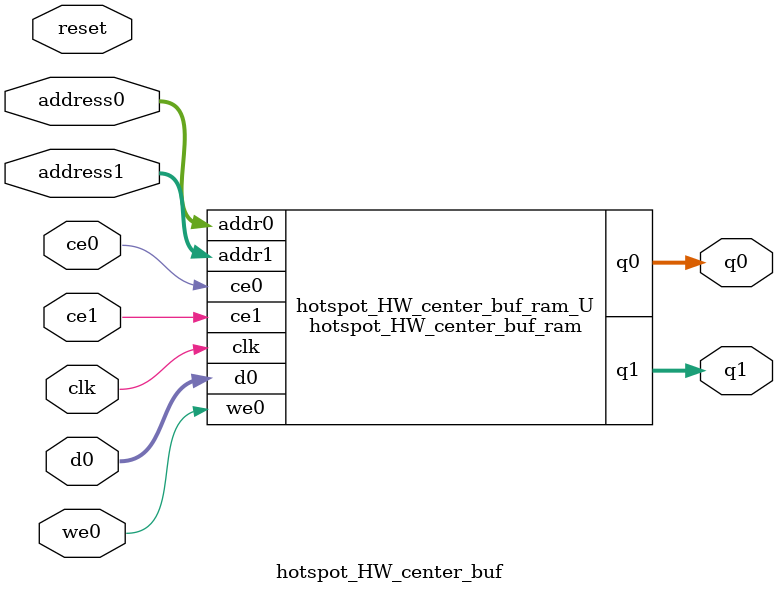
<source format=v>
`timescale 1 ns / 1 ps
module hotspot_HW_center_buf_ram (addr0, ce0, d0, we0, q0, addr1, ce1, q1,  clk);

parameter DWIDTH = 32;
parameter AWIDTH = 12;
parameter MEM_SIZE = 4096;

input[AWIDTH-1:0] addr0;
input ce0;
input[DWIDTH-1:0] d0;
input we0;
output reg[DWIDTH-1:0] q0;
input[AWIDTH-1:0] addr1;
input ce1;
output reg[DWIDTH-1:0] q1;
input clk;

reg [DWIDTH-1:0] ram[0:MEM_SIZE-1];




always @(posedge clk)  
begin 
    if (ce0) begin
        if (we0) 
            ram[addr0] <= d0; 
        q0 <= ram[addr0];
    end
end


always @(posedge clk)  
begin 
    if (ce1) begin
        q1 <= ram[addr1];
    end
end


endmodule

`timescale 1 ns / 1 ps
module hotspot_HW_center_buf(
    reset,
    clk,
    address0,
    ce0,
    we0,
    d0,
    q0,
    address1,
    ce1,
    q1);

parameter DataWidth = 32'd32;
parameter AddressRange = 32'd4096;
parameter AddressWidth = 32'd12;
input reset;
input clk;
input[AddressWidth - 1:0] address0;
input ce0;
input we0;
input[DataWidth - 1:0] d0;
output[DataWidth - 1:0] q0;
input[AddressWidth - 1:0] address1;
input ce1;
output[DataWidth - 1:0] q1;



hotspot_HW_center_buf_ram hotspot_HW_center_buf_ram_U(
    .clk( clk ),
    .addr0( address0 ),
    .ce0( ce0 ),
    .we0( we0 ),
    .d0( d0 ),
    .q0( q0 ),
    .addr1( address1 ),
    .ce1( ce1 ),
    .q1( q1 ));

endmodule


</source>
